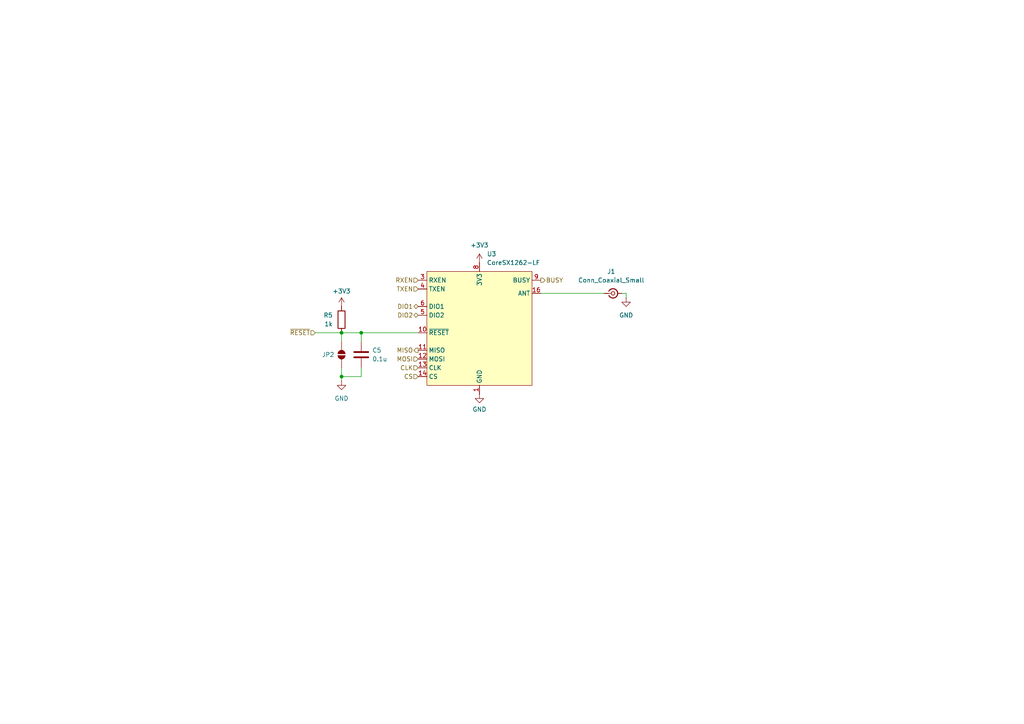
<source format=kicad_sch>
(kicad_sch (version 20250114) (generator "eeschema") (generator_version "9.0")
  (paper "A4")
  (lib_symbols
    (symbol "Connector:Conn_Coaxial_Small" (pin_numbers (hide yes)) (pin_names (offset 1.016) (hide yes))
      (property "Reference" "J" (at 0.254 3.048 0))
      (property "Value" "Conn_Coaxial_Small" (at 0 -3.81 0))
      (symbol "Conn_Coaxial_Small_0_1"
        (polyline (pts (xy -2.54 0) (xy -0.508 0)))
        (circle (center 0 0) (radius 0.508) (stroke (width 0.2032)))
      )
      (symbol "Conn_Coaxial_Small_1_1"
        (arc (start 1.3484 0.0039) (mid 0.327 -1.308) (end -1.1916 -0.6311) (stroke (width 0.3048)))
        (arc (start -1.1916 0.6311) (mid 0.327 1.3081) (end 1.3484 -0.0039) (stroke (width 0.3048)))
        (pin passive line (at -2.54 0 0) (length 1.27) (name "In") (number "1"))
        (pin passive line (at 2.54 0 180) (length 1.27) (name "Ext") (number "2"))
      )
    )
    (symbol "Device:C" (pin_numbers (hide yes)) (pin_names (offset 0.254))
      (property "Reference" "C" (at 0.635 2.54 0))
      (property "Value" "C" (at 0.635 -2.54 0))
      (symbol "C_0_1"
        (polyline (pts (xy -2.032 0.762) (xy 2.032 0.762)) (stroke (width 0.508)))
        (polyline (pts (xy -2.032 -0.762) (xy 2.032 -0.762)) (stroke (width 0.508)))
      )
      (symbol "C_1_1"
        (pin passive line (at 0 3.81 270) (length 2.794) (name "~") (number "1"))
        (pin passive line (at 0 -3.81 90) (length 2.794) (name "~") (number "2"))
      )
    )
    (symbol "Device:R" (pin_numbers (hide yes)) (pin_names (offset 0))
      (property "Reference" "R" (at 2.032 0 90))
      (property "Value" "R" (at 0 0 90))
      (symbol "R_0_1"
        (rectangle (start -1.016 -2.54) (end 1.016 2.54) (stroke (width 0.254)))
      )
      (symbol "R_1_1"
        (pin passive line (at 0 3.81 270) (length 1.27) (name "~") (number "1"))
        (pin passive line (at 0 -3.81 90) (length 1.27) (name "~") (number "2"))
      )
    )
    (symbol "Jumper:SolderJumper_2_Open" (pin_numbers (hide yes)) (pin_names (offset 0) (hide yes)) (in_bom no)
      (property "Reference" "JP" (at 0 2.032 0))
      (property "Value" "SolderJumper_2_Open" (at 0 -2.54 0))
      (symbol "SolderJumper_2_Open_0_1"
        (polyline (pts (xy -0.254 1.016) (xy -0.254 -1.016)))
        (arc (start -0.254 -1.016) (mid -1.2656 0) (end -0.254 1.016))
        (arc (start -0.254 -1.016) (mid -1.2656 0) (end -0.254 1.016) (fill (type outline)))
        (arc (start 0.254 1.016) (mid 1.2656 0) (end 0.254 -1.016))
        (arc (start 0.254 1.016) (mid 1.2656 0) (end 0.254 -1.016) (fill (type outline)))
        (polyline (pts (xy 0.254 1.016) (xy 0.254 -1.016)))
      )
      (symbol "SolderJumper_2_Open_1_1"
        (pin passive line (at -3.81 0 0) (length 2.54) (name "A") (number "1"))
        (pin passive line (at 3.81 0 180) (length 2.54) (name "B") (number "2"))
      )
    )
    (symbol "_symbols:CoreSX1262-LF"
      (property "Reference" "U" (at 0 0 0))
      (property "Value" "CoreSX1262-LF" (at 0 0 0))
      (symbol "CoreSX1262-LF_1_1"
        (rectangle (start -15.24 16.51) (end 15.24 -16.51) (fill (type background)))
        (pin input line (at -17.78 13.97 0) (length 2.54) (name "RXEN") (number "3"))
        (pin input line (at -17.78 11.43 0) (length 2.54) (name "TXEN") (number "4"))
        (pin bidirectional line (at -17.78 6.35 0) (length 2.54) (name "DIO1") (number "6"))
        (pin bidirectional line (at -17.78 3.81 0) (length 2.54) (name "DIO2") (number "5"))
        (pin input line (at -17.78 -1.27 0) (length 2.54) (name "~{RESET}") (number "10"))
        (pin output line (at -17.78 -6.35 0) (length 2.54) (name "MISO") (number "11"))
        (pin input line (at -17.78 -8.89 0) (length 2.54) (name "MOSI") (number "12"))
        (pin input line (at -17.78 -11.43 0) (length 2.54) (name "CLK") (number "13"))
        (pin input line (at -17.78 -13.97 0) (length 2.54) (name "CS") (number "14"))
        (pin power_in line (at 0 19.05 270) (length 2.54) (name "3V3") (number "8"))
        (pin power_in line (at 0 -19.05 90) (length 2.54) (name "GND") (number "1"))
        (pin power_in line (at 0 -19.05 90) (length 2.54) (hide yes) (name "GND") (number "15"))
        (pin power_in line (at 0 -19.05 90) (length 2.54) (hide yes) (name "GND") (number "2"))
        (pin power_in line (at 0 -19.05 90) (length 2.54) (hide yes) (name "GND") (number "7"))
        (pin output line (at 17.78 13.97 180) (length 2.54) (name "BUSY") (number "9"))
        (pin output line (at 17.78 10.16 180) (length 2.54) (name "ANT") (number "16"))
      )
    )
    (symbol "power:+3V3" (power) (pin_numbers (hide yes)) (pin_names (offset 0) (hide yes))
      (property "Value" "+3V3" (at 0 3.556 0))
      (symbol "+3V3_0_1"
        (polyline (pts (xy -0.762 1.27) (xy 0 2.54)))
        (polyline (pts (xy 0 2.54) (xy 0.762 1.27)))
        (polyline (pts (xy 0 0) (xy 0 2.54)))
      )
      (symbol "+3V3_1_1"
        (pin power_in line (at 0 0 90) (length 0) (name "~") (number "1"))
      )
    )
    (symbol "power:GND" (power) (pin_numbers (hide yes)) (pin_names (offset 0) (hide yes))
      (property "Value" "GND" (at 0 -3.81 0))
      (symbol "GND_0_1"
        (polyline (pts (xy 0 0) (xy 0 -1.27) (xy 1.27 -1.27) (xy 0 -2.54) (xy -1.27 -1.27) (xy 0 -1.27)))
      )
      (symbol "GND_1_1"
        (pin power_in line (at 0 0 270) (length 0) (name "~") (number "1"))
      )
    )
  )
  (junction (at 104.775 96.52))
  (junction (at 99.06 109.22))
  (junction (at 99.06 96.52))
  (wire (pts (xy 99.06 96.52) (xy 99.06 99.06)))
  (wire (pts (xy 104.775 96.52) (xy 121.285 96.52)))
  (wire (pts (xy 99.06 96.52) (xy 104.775 96.52)))
  (wire (pts (xy 99.06 106.68) (xy 99.06 109.22)))
  (wire (pts (xy 91.44 96.52) (xy 99.06 96.52)))
  (wire (pts (xy 104.775 109.22) (xy 99.06 109.22)))
  (wire (pts (xy 99.06 110.49) (xy 99.06 109.22)))
  (wire (pts (xy 156.845 85.09) (xy 175.26 85.09)))
  (wire (pts (xy 104.775 96.52) (xy 104.775 99.06)))
  (wire (pts (xy 104.775 106.68) (xy 104.775 109.22)))
  (wire (pts (xy 180.34 85.09) (xy 181.61 85.09)))
  (wire (pts (xy 181.61 85.09) (xy 181.61 86.36)))
  (hierarchical_label "BUSY" (shape output) (at 156.845 81.28 0))
  (hierarchical_label "CS" (shape input) (at 121.285 109.22 180))
  (hierarchical_label "CLK" (shape input) (at 121.285 106.68 180))
  (hierarchical_label "~{RESET}" (shape input) (at 91.44 96.52 180))
  (hierarchical_label "DIO1" (shape bidirectional) (at 121.285 88.9 180))
  (hierarchical_label "TXEN" (shape input) (at 121.285 83.82 180))
  (hierarchical_label "MOSI" (shape input) (at 121.285 104.14 180))
  (hierarchical_label "MISO" (shape output) (at 121.285 101.6 180))
  (hierarchical_label "DIO2" (shape bidirectional) (at 121.285 91.44 180))
  (hierarchical_label "RXEN" (shape input) (at 121.285 81.28 180))
  (symbol (lib_id "Jumper:SolderJumper_2_Open") (at 99.06 102.87 270) (unit 1) (in_bom no)
    (property "Reference" "JP2" (at 93.345 102.87 90) (effects (justify left)))
    (property "Value" "SolderJumper_2_Open" (effects (hide yes)))
    (property "Description" "Solder Jumper, 2-pole, open" (effects (hide yes)))
  )
  (symbol (lib_id "Device:R") (at 99.06 92.71 0) (mirror y) (unit 1)
    (property "Reference" "R5" (at 96.52 91.4399 0) (effects (justify left)))
    (property "Value" "1k" (at 96.52 93.9799 0) (effects (justify left)))
    (property "Description" "Resistor" (effects (hide yes)))
  )
  (symbol (lib_id "power:+3V3") (at 139.065 76.2 0) (unit 1)
    (property "Reference" "#PWR016" (effects (hide yes)))
    (property "Value" "+3V3" (at 139.065 71.12 0))
    (property "Description" "Power symbol creates a global label with name \"+3V3\"" (effects (hide yes)))
  )
  (symbol (lib_id "power:GND") (at 139.065 114.3 0) (unit 1)
    (property "Reference" "#PWR015" (effects (hide yes)))
    (property "Value" "GND" (at 139.065 118.745 0))
    (property "Description" "Power symbol creates a global label with name \"GND\" , ground" (effects (hide yes)))
  )
  (symbol (lib_id "_symbols:CoreSX1262-LF") (at 139.065 95.25 0) (unit 1)
    (property "Reference" "U3" (at 141.2083 73.66 0) (effects (justify left)))
    (property "Value" "CoreSX1262-LF" (at 141.2083 76.2 0) (effects (justify left)))
    (property "Datasheet" "https://www.waveshare.com/wiki/Core1262-868M" (effects (hide yes)))
    (property "Schematic" "https://files.waveshare.com/upload/c/c1/CoreSX1262_Sch.pdf" (effects (hide yes)))
  )
  (symbol (lib_id "Device:C") (at 104.775 102.87 0) (unit 1)
    (property "Reference" "C5" (at 107.95 101.5999 0) (effects (justify left)))
    (property "Value" "0.1u" (at 107.95 104.1399 0) (effects (justify left)))
    (property "Description" "Unpolarized capacitor" (effects (hide yes)))
  )
  (symbol (lib_id "power:+3V3") (at 99.06 88.9 0) (unit 1)
    (property "Reference" "#PWR020" (effects (hide yes)))
    (property "Value" "+3V3" (at 99.06 84.455 0))
    (property "Description" "Power symbol creates a global label with name \"+3V3\"" (effects (hide yes)))
  )
  (symbol (lib_id "power:GND") (at 181.61 86.36 0) (unit 1)
    (property "Reference" "#PWR017" (effects (hide yes)))
    (property "Value" "GND" (at 181.61 91.44 0))
    (property "Description" "Power symbol creates a global label with name \"GND\" , ground" (effects (hide yes)))
  )
  (symbol (lib_id "Connector:Conn_Coaxial_Small") (at 177.8 85.09 0) (unit 1)
    (property "Reference" "J1" (at 177.2804 78.74 0))
    (property "Value" "Conn_Coaxial_Small" (at 177.2804 81.28 0))
    (property "Description" "small coaxial connector (BNC, SMA, SMB, SMC, Cinch/RCA, LEMO, ...)" (effects (hide yes)))
  )
  (symbol (lib_id "power:GND") (at 99.06 110.49 0) (unit 1)
    (property "Reference" "#PWR019" (effects (hide yes)))
    (property "Value" "GND" (at 99.06 115.57 0))
    (property "Description" "Power symbol creates a global label with name \"GND\" , ground" (effects (hide yes)))
  )
)
</source>
